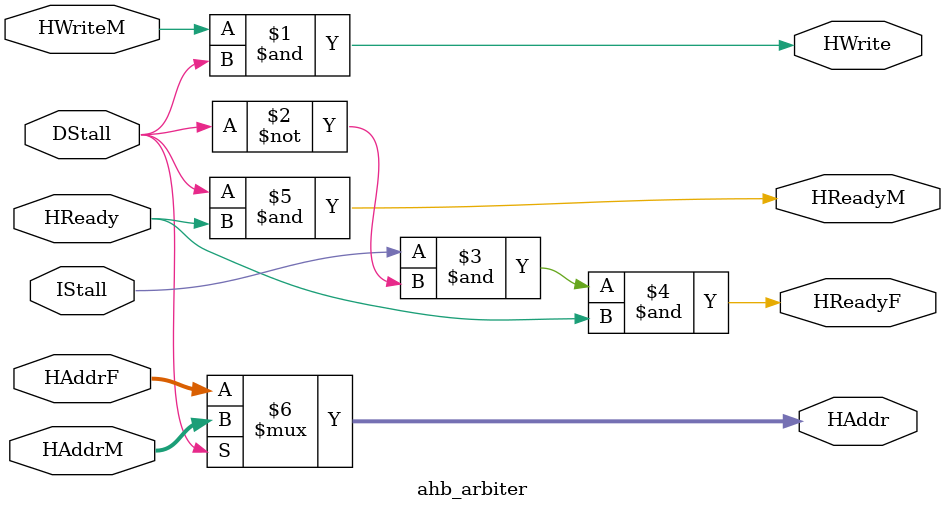
<source format=sv>
module ahb_arbiter( input  logic HWriteM, IStall, DStall, HReady,
                    input  logic [31:0] HAddrF, HAddrM,
                    output logic HReadyF, HReadyM, HWrite,
                    output logic [31:0] HAddr);
    
    assign HWrite = HWriteM & DStall;
    assign HReadyF = IStall & ~DStall & HReady;
    assign HReadyM = DStall & HReady;
    assign HAddr = DStall ? HAddrM : HAddrF;
    // always_comb
    // begin
    //     // Cases:
    //     // Instruction access only, 
    //     if (IStall & ~DStall) begin
    //         // Give instr cache bus
    //         HAddr = HAddrF;
    //         HReadyF = HReady;
    //         HReadyM = 1'b0;
    //         Hwrite = 1'b0;

    //     // Data access only
    //     end else if(~IStall & DStall) begin
    //         // Give bus to data cache
    //         HAddr = HAddrM;
    //         HReadyM = HReady;
    //         HReadyF = 1'b0;
    //         HWrite = HWriteM;

    //     // Both
    //     end else if(IStall & DStall) begin
    //         // Give bus to data cache
    //         HAddr = HAddrM;
    //         HReadyM = HReady;
    //         HReadyF = 1'b0;
    //         HWrite = HWriteM;

    //     // None
    //     end else begin
    //         HReadyF = 1'b0;
    //         HReadyM = 1'b0;
    //         HAddr = HAddrM;
    //         HWrite = 1'b0;
    //     end
    // end

endmodule
</source>
